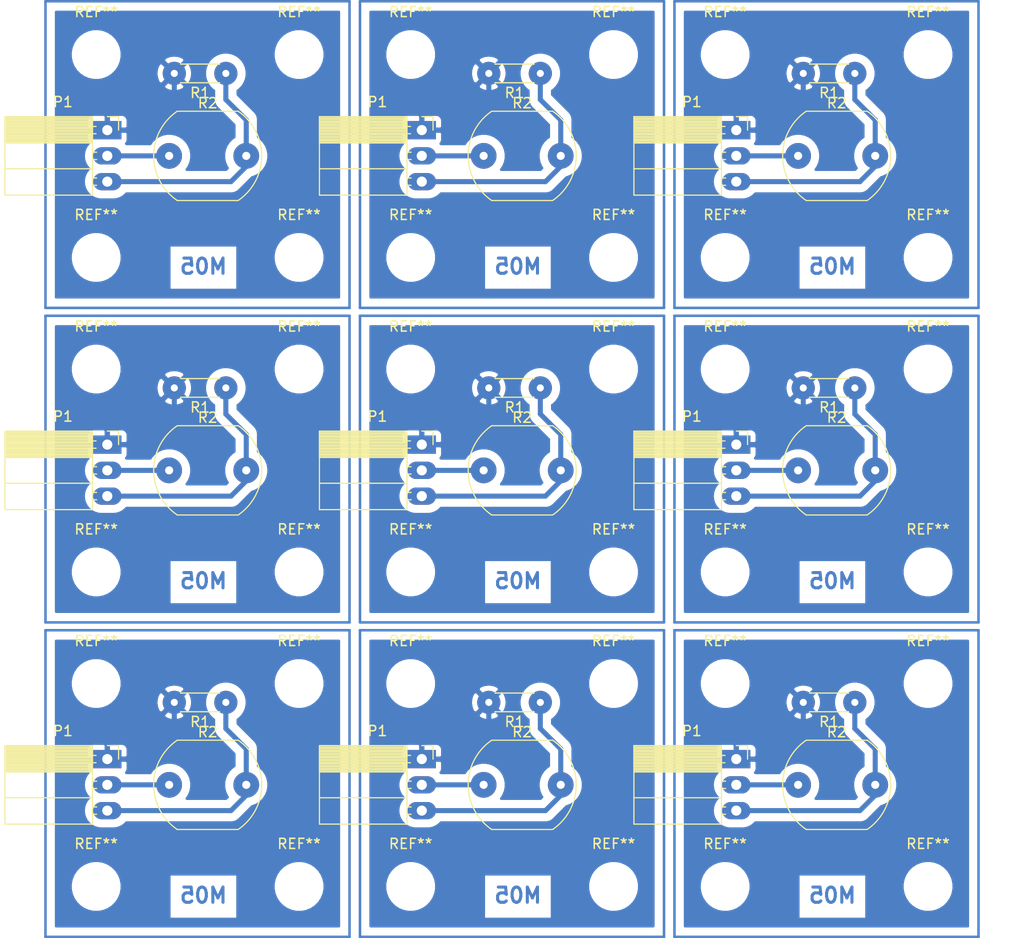
<source format=kicad_pcb>
(kicad_pcb (version 20241229) (generator "pcbnew") (generator_version "9.0")
  (layers (0 "F.Cu" signal) (2 "B.Cu" signal) (13 "F.Paste" user) (15 "B.Paste" user) (5 "F.SilkS" user) (7 "B.SilkS" user) (1 "F.Mask" user) (3 "B.Mask" user) (25 "Edge.Cuts" user))
  (net 0 "")
  (net 1 "GND")
  (net 2 "Net-(P1-Pad2)")
  (net 3 "Net-(P1-Pad3)")
  (footprint "Mounting_Holes:MountingHole_3.2mm_M3" (layer "F.Cu") (at 51.914 36.138)
    (property "Reference" "REF**" (at 0 -4.2 0) (layer "F.SilkS"))
    (property "Value" "MountingHole_3.2mm_M3")
    (pad "" np_thru_hole circle (at 0 0) (size 3.2 3.2) (drill 3.2) (layers "*.Cu" "*.Mask"))
  )
  (footprint "Mounting_Holes:MountingHole_3.2mm_M3" (layer "F.Cu") (at 71.914 36.138)
    (property "Reference" "REF**" (at 0 -4.2 0) (layer "F.SilkS"))
    (property "Value" "MountingHole_3.2mm_M3")
    (pad "" np_thru_hole circle (at 0 0) (size 3.2 3.2) (drill 3.2) (layers "*.Cu" "*.Mask"))
  )
  (footprint "Mounting_Holes:MountingHole_3.2mm_M3" (layer "F.Cu") (at 71.914 56.138)
    (property "Reference" "REF**" (at 0 -4.2 0) (layer "F.SilkS"))
    (property "Value" "MountingHole_3.2mm_M3")
    (pad "" np_thru_hole circle (at 0 0) (size 3.2 3.2) (drill 3.2) (layers "*.Cu" "*.Mask"))
  )
  (footprint "Mounting_Holes:MountingHole_3.2mm_M3" (layer "F.Cu") (at 51.914 56.138)
    (property "Reference" "REF**" (at 0 -4.2 0) (layer "F.SilkS"))
    (property "Value" "MountingHole_3.2mm_M3")
    (pad "" np_thru_hole circle (at 0 0) (size 3.2 3.2) (drill 3.2) (layers "*.Cu" "*.Mask"))
  )
  (footprint "Resistor_THT:R_Axial_DIN0204_L3.6mm_D1.6mm_P5.08mm_Horizontal" (layer "F.Cu") (at 64.694 37.996 180)
    (property "Reference" "R1" (at 2.54 -1.92 0) (layer "F.SilkS"))
    (property "Value" "10K")
    (pad "1" thru_hole circle (at 0 0 180) (size 2.286 2.286) (drill 0.7) (layers "*.Cu" "*.Mask") (net 3 "Net-(P1-Pad3)"))
    (pad "2" thru_hole circle (at 5.08 0 180) (size 2.286 2.286) (drill 0.7) (layers "*.Cu" "*.Mask") (net 1 "GND"))
  )
  (footprint "OptoDevice:R_LDR_10x8.5mm_P7.6mm_Vertical" (layer "F.Cu") (at 59.106 46.124)
    (property "Reference" "R2" (at 3.8 -5.2 0) (layer "F.SilkS"))
    (property "Value" "LDR03")
    (pad "1" thru_hole circle (at 0 0) (size 2.54 2.54) (drill 0.8) (layers "*.Cu" "*.Mask") (net 2 "Net-(P1-Pad2)"))
    (pad "2" thru_hole circle (at 7.6 0) (size 2.54 2.54) (drill 0.8) (layers "*.Cu" "*.Mask") (net 3 "Net-(P1-Pad3)"))
  )
  (footprint "Connector_PinSocket_2.54mm:PinSocket_1x03_P2.54mm_Horizontal" (layer "F.Cu") (at 53.01 43.584)
    (property "Reference" "P1" (at -4.38 -2.77 0) (layer "F.SilkS"))
    (property "Value" "Conn_01x03")
    (pad "1" thru_hole rect (at 0 0) (size 2.8 1.8) (drill 1) (layers "*.Cu" "*.Mask") (net 1 "GND"))
    (pad "2" thru_hole oval (at 0 2.54) (size 2.8 1.7) (drill 1) (layers "*.Cu" "*.Mask") (net 2 "Net-(P1-Pad2)"))
    (pad "3" thru_hole oval (at 0 5.08) (size 2.8 1.7) (drill 1) (layers "*.Cu" "*.Mask") (net 3 "Net-(P1-Pad3)"))
  )
  (footprint "Mounting_Holes:MountingHole_3.2mm_M3" (layer "F.Cu") (at 102.914 56.138)
    (property "Reference" "REF**" (at 0 -4.2 0) (layer "F.SilkS"))
    (property "Value" "MountingHole_3.2mm_M3")
    (pad "" np_thru_hole circle (at 0 0) (size 3.2 3.2) (drill 3.2) (layers "*.Cu" "*.Mask"))
  )
  (footprint "Mounting_Holes:MountingHole_3.2mm_M3" (layer "F.Cu") (at 133.914 56.138)
    (property "Reference" "REF**" (at 0 -4.2 0) (layer "F.SilkS"))
    (property "Value" "MountingHole_3.2mm_M3")
    (pad "" np_thru_hole circle (at 0 0) (size 3.2 3.2) (drill 3.2) (layers "*.Cu" "*.Mask"))
  )
  (footprint "Mounting_Holes:MountingHole_3.2mm_M3" (layer "F.Cu") (at 71.914 87.138)
    (property "Reference" "REF**" (at 0 -4.2 0) (layer "F.SilkS"))
    (property "Value" "MountingHole_3.2mm_M3")
    (pad "" np_thru_hole circle (at 0 0) (size 3.2 3.2) (drill 3.2) (layers "*.Cu" "*.Mask"))
  )
  (footprint "Mounting_Holes:MountingHole_3.2mm_M3" (layer "F.Cu") (at 102.914 87.138)
    (property "Reference" "REF**" (at 0 -4.2 0) (layer "F.SilkS"))
    (property "Value" "MountingHole_3.2mm_M3")
    (pad "" np_thru_hole circle (at 0 0) (size 3.2 3.2) (drill 3.2) (layers "*.Cu" "*.Mask"))
  )
  (footprint "Mounting_Holes:MountingHole_3.2mm_M3" (layer "F.Cu") (at 133.914 87.138)
    (property "Reference" "REF**" (at 0 -4.2 0) (layer "F.SilkS"))
    (property "Value" "MountingHole_3.2mm_M3")
    (pad "" np_thru_hole circle (at 0 0) (size 3.2 3.2) (drill 3.2) (layers "*.Cu" "*.Mask"))
  )
  (footprint "Mounting_Holes:MountingHole_3.2mm_M3" (layer "F.Cu") (at 71.914 118.138)
    (property "Reference" "REF**" (at 0 -4.2 0) (layer "F.SilkS"))
    (property "Value" "MountingHole_3.2mm_M3")
    (pad "" np_thru_hole circle (at 0 0) (size 3.2 3.2) (drill 3.2) (layers "*.Cu" "*.Mask"))
  )
  (footprint "Mounting_Holes:MountingHole_3.2mm_M3" (layer "F.Cu") (at 102.914 118.138)
    (property "Reference" "REF**" (at 0 -4.2 0) (layer "F.SilkS"))
    (property "Value" "MountingHole_3.2mm_M3")
    (pad "" np_thru_hole circle (at 0 0) (size 3.2 3.2) (drill 3.2) (layers "*.Cu" "*.Mask"))
  )
  (footprint "Mounting_Holes:MountingHole_3.2mm_M3" (layer "F.Cu") (at 133.914 118.138)
    (property "Reference" "REF**" (at 0 -4.2 0) (layer "F.SilkS"))
    (property "Value" "MountingHole_3.2mm_M3")
    (pad "" np_thru_hole circle (at 0 0) (size 3.2 3.2) (drill 3.2) (layers "*.Cu" "*.Mask"))
  )
  (footprint "Mounting_Holes:MountingHole_3.2mm_M3" (layer "F.Cu") (at 82.914 56.138)
    (property "Reference" "REF**" (at 0 -4.2 0) (layer "F.SilkS"))
    (property "Value" "MountingHole_3.2mm_M3")
    (pad "" np_thru_hole circle (at 0 0) (size 3.2 3.2) (drill 3.2) (layers "*.Cu" "*.Mask"))
  )
  (footprint "Mounting_Holes:MountingHole_3.2mm_M3" (layer "F.Cu") (at 113.914 56.138)
    (property "Reference" "REF**" (at 0 -4.2 0) (layer "F.SilkS"))
    (property "Value" "MountingHole_3.2mm_M3")
    (pad "" np_thru_hole circle (at 0 0) (size 3.2 3.2) (drill 3.2) (layers "*.Cu" "*.Mask"))
  )
  (footprint "Mounting_Holes:MountingHole_3.2mm_M3" (layer "F.Cu") (at 51.914 87.138)
    (property "Reference" "REF**" (at 0 -4.2 0) (layer "F.SilkS"))
    (property "Value" "MountingHole_3.2mm_M3")
    (pad "" np_thru_hole circle (at 0 0) (size 3.2 3.2) (drill 3.2) (layers "*.Cu" "*.Mask"))
  )
  (footprint "Mounting_Holes:MountingHole_3.2mm_M3" (layer "F.Cu") (at 82.914 87.138)
    (property "Reference" "REF**" (at 0 -4.2 0) (layer "F.SilkS"))
    (property "Value" "MountingHole_3.2mm_M3")
    (pad "" np_thru_hole circle (at 0 0) (size 3.2 3.2) (drill 3.2) (layers "*.Cu" "*.Mask"))
  )
  (footprint "Mounting_Holes:MountingHole_3.2mm_M3" (layer "F.Cu") (at 113.914 87.138)
    (property "Reference" "REF**" (at 0 -4.2 0) (layer "F.SilkS"))
    (property "Value" "MountingHole_3.2mm_M3")
    (pad "" np_thru_hole circle (at 0 0) (size 3.2 3.2) (drill 3.2) (layers "*.Cu" "*.Mask"))
  )
  (footprint "Mounting_Holes:MountingHole_3.2mm_M3" (layer "F.Cu") (at 51.914 118.138)
    (property "Reference" "REF**" (at 0 -4.2 0) (layer "F.SilkS"))
    (property "Value" "MountingHole_3.2mm_M3")
    (pad "" np_thru_hole circle (at 0 0) (size 3.2 3.2) (drill 3.2) (layers "*.Cu" "*.Mask"))
  )
  (footprint "Mounting_Holes:MountingHole_3.2mm_M3" (layer "F.Cu") (at 82.914 118.138)
    (property "Reference" "REF**" (at 0 -4.2 0) (layer "F.SilkS"))
    (property "Value" "MountingHole_3.2mm_M3")
    (pad "" np_thru_hole circle (at 0 0) (size 3.2 3.2) (drill 3.2) (layers "*.Cu" "*.Mask"))
  )
  (footprint "Mounting_Holes:MountingHole_3.2mm_M3" (layer "F.Cu") (at 113.914 118.138)
    (property "Reference" "REF**" (at 0 -4.2 0) (layer "F.SilkS"))
    (property "Value" "MountingHole_3.2mm_M3")
    (pad "" np_thru_hole circle (at 0 0) (size 3.2 3.2) (drill 3.2) (layers "*.Cu" "*.Mask"))
  )
  (footprint "Mounting_Holes:MountingHole_3.2mm_M3" (layer "F.Cu") (at 102.914 36.138)
    (property "Reference" "REF**" (at 0 -4.2 0) (layer "F.SilkS"))
    (property "Value" "MountingHole_3.2mm_M3")
    (pad "" np_thru_hole circle (at 0 0) (size 3.2 3.2) (drill 3.2) (layers "*.Cu" "*.Mask"))
  )
  (footprint "Mounting_Holes:MountingHole_3.2mm_M3" (layer "F.Cu") (at 133.914 36.138)
    (property "Reference" "REF**" (at 0 -4.2 0) (layer "F.SilkS"))
    (property "Value" "MountingHole_3.2mm_M3")
    (pad "" np_thru_hole circle (at 0 0) (size 3.2 3.2) (drill 3.2) (layers "*.Cu" "*.Mask"))
  )
  (footprint "Mounting_Holes:MountingHole_3.2mm_M3" (layer "F.Cu") (at 71.914 67.138)
    (property "Reference" "REF**" (at 0 -4.2 0) (layer "F.SilkS"))
    (property "Value" "MountingHole_3.2mm_M3")
    (pad "" np_thru_hole circle (at 0 0) (size 3.2 3.2) (drill 3.2) (layers "*.Cu" "*.Mask"))
  )
  (footprint "Mounting_Holes:MountingHole_3.2mm_M3" (layer "F.Cu") (at 102.914 67.138)
    (property "Reference" "REF**" (at 0 -4.2 0) (layer "F.SilkS"))
    (property "Value" "MountingHole_3.2mm_M3")
    (pad "" np_thru_hole circle (at 0 0) (size 3.2 3.2) (drill 3.2) (layers "*.Cu" "*.Mask"))
  )
  (footprint "Mounting_Holes:MountingHole_3.2mm_M3" (layer "F.Cu") (at 133.914 67.138)
    (property "Reference" "REF**" (at 0 -4.2 0) (layer "F.SilkS"))
    (property "Value" "MountingHole_3.2mm_M3")
    (pad "" np_thru_hole circle (at 0 0) (size 3.2 3.2) (drill 3.2) (layers "*.Cu" "*.Mask"))
  )
  (footprint "Mounting_Holes:MountingHole_3.2mm_M3" (layer "F.Cu") (at 71.914 98.138)
    (property "Reference" "REF**" (at 0 -4.2 0) (layer "F.SilkS"))
    (property "Value" "MountingHole_3.2mm_M3")
    (pad "" np_thru_hole circle (at 0 0) (size 3.2 3.2) (drill 3.2) (layers "*.Cu" "*.Mask"))
  )
  (footprint "Mounting_Holes:MountingHole_3.2mm_M3" (layer "F.Cu") (at 102.914 98.138)
    (property "Reference" "REF**" (at 0 -4.2 0) (layer "F.SilkS"))
    (property "Value" "MountingHole_3.2mm_M3")
    (pad "" np_thru_hole circle (at 0 0) (size 3.2 3.2) (drill 3.2) (layers "*.Cu" "*.Mask"))
  )
  (footprint "Mounting_Holes:MountingHole_3.2mm_M3" (layer "F.Cu") (at 133.914 98.138)
    (property "Reference" "REF**" (at 0 -4.2 0) (layer "F.SilkS"))
    (property "Value" "MountingHole_3.2mm_M3")
    (pad "" np_thru_hole circle (at 0 0) (size 3.2 3.2) (drill 3.2) (layers "*.Cu" "*.Mask"))
  )
  (footprint "Mounting_Holes:MountingHole_3.2mm_M3" (layer "F.Cu") (at 82.914 36.138)
    (property "Reference" "REF**" (at 0 -4.2 0) (layer "F.SilkS"))
    (property "Value" "MountingHole_3.2mm_M3")
    (pad "" np_thru_hole circle (at 0 0) (size 3.2 3.2) (drill 3.2) (layers "*.Cu" "*.Mask"))
  )
  (footprint "Mounting_Holes:MountingHole_3.2mm_M3" (layer "F.Cu") (at 113.914 36.138)
    (property "Reference" "REF**" (at 0 -4.2 0) (layer "F.SilkS"))
    (property "Value" "MountingHole_3.2mm_M3")
    (pad "" np_thru_hole circle (at 0 0) (size 3.2 3.2) (drill 3.2) (layers "*.Cu" "*.Mask"))
  )
  (footprint "Mounting_Holes:MountingHole_3.2mm_M3" (layer "F.Cu") (at 51.914 67.138)
    (property "Reference" "REF**" (at 0 -4.2 0) (layer "F.SilkS"))
    (property "Value" "MountingHole_3.2mm_M3")
    (pad "" np_thru_hole circle (at 0 0) (size 3.2 3.2) (drill 3.2) (layers "*.Cu" "*.Mask"))
  )
  (footprint "Mounting_Holes:MountingHole_3.2mm_M3" (layer "F.Cu") (at 82.914 67.138)
    (property "Reference" "REF**" (at 0 -4.2 0) (layer "F.SilkS"))
    (property "Value" "MountingHole_3.2mm_M3")
    (pad "" np_thru_hole circle (at 0 0) (size 3.2 3.2) (drill 3.2) (layers "*.Cu" "*.Mask"))
  )
  (footprint "Mounting_Holes:MountingHole_3.2mm_M3" (layer "F.Cu") (at 113.914 67.138)
    (property "Reference" "REF**" (at 0 -4.2 0) (layer "F.SilkS"))
    (property "Value" "MountingHole_3.2mm_M3")
    (pad "" np_thru_hole circle (at 0 0) (size 3.2 3.2) (drill 3.2) (layers "*.Cu" "*.Mask"))
  )
  (footprint "Mounting_Holes:MountingHole_3.2mm_M3" (layer "F.Cu") (at 51.914 98.138)
    (property "Reference" "REF**" (at 0 -4.2 0) (layer "F.SilkS"))
    (property "Value" "MountingHole_3.2mm_M3")
    (pad "" np_thru_hole circle (at 0 0) (size 3.2 3.2) (drill 3.2) (layers "*.Cu" "*.Mask"))
  )
  (footprint "Mounting_Holes:MountingHole_3.2mm_M3" (layer "F.Cu") (at 82.914 98.138)
    (property "Reference" "REF**" (at 0 -4.2 0) (layer "F.SilkS"))
    (property "Value" "MountingHole_3.2mm_M3")
    (pad "" np_thru_hole circle (at 0 0) (size 3.2 3.2) (drill 3.2) (layers "*.Cu" "*.Mask"))
  )
  (footprint "Mounting_Holes:MountingHole_3.2mm_M3" (layer "F.Cu") (at 113.914 98.138)
    (property "Reference" "REF**" (at 0 -4.2 0) (layer "F.SilkS"))
    (property "Value" "MountingHole_3.2mm_M3")
    (pad "" np_thru_hole circle (at 0 0) (size 3.2 3.2) (drill 3.2) (layers "*.Cu" "*.Mask"))
  )
  (footprint "OptoDevice:R_LDR_10x8.5mm_P7.6mm_Vertical" (layer "F.Cu") (at 90.106 46.124)
    (property "Reference" "R2" (at 3.8 -5.2 0) (layer "F.SilkS"))
    (property "Value" "LDR03")
    (pad "1" thru_hole circle (at 0 0) (size 2.54 2.54) (drill 0.8) (layers "*.Cu" "*.Mask") (net 2 "Net-(P1-Pad2)"))
    (pad "2" thru_hole circle (at 7.6 0) (size 2.54 2.54) (drill 0.8) (layers "*.Cu" "*.Mask") (net 3 "Net-(P1-Pad3)"))
  )
  (footprint "OptoDevice:R_LDR_10x8.5mm_P7.6mm_Vertical" (layer "F.Cu") (at 121.106 46.124)
    (property "Reference" "R2" (at 3.8 -5.2 0) (layer "F.SilkS"))
    (property "Value" "LDR03")
    (pad "1" thru_hole circle (at 0 0) (size 2.54 2.54) (drill 0.8) (layers "*.Cu" "*.Mask") (net 2 "Net-(P1-Pad2)"))
    (pad "2" thru_hole circle (at 7.6 0) (size 2.54 2.54) (drill 0.8) (layers "*.Cu" "*.Mask") (net 3 "Net-(P1-Pad3)"))
  )
  (footprint "OptoDevice:R_LDR_10x8.5mm_P7.6mm_Vertical" (layer "F.Cu") (at 59.106 77.124)
    (property "Reference" "R2" (at 3.8 -5.2 0) (layer "F.SilkS"))
    (property "Value" "LDR03")
    (pad "1" thru_hole circle (at 0 0) (size 2.54 2.54) (drill 0.8) (layers "*.Cu" "*.Mask") (net 2 "Net-(P1-Pad2)"))
    (pad "2" thru_hole circle (at 7.6 0) (size 2.54 2.54) (drill 0.8) (layers "*.Cu" "*.Mask") (net 3 "Net-(P1-Pad3)"))
  )
  (footprint "OptoDevice:R_LDR_10x8.5mm_P7.6mm_Vertical" (layer "F.Cu") (at 90.106 77.124)
    (property "Reference" "R2" (at 3.8 -5.2 0) (layer "F.SilkS"))
    (property "Value" "LDR03")
    (pad "1" thru_hole circle (at 0 0) (size 2.54 2.54) (drill 0.8) (layers "*.Cu" "*.Mask") (net 2 "Net-(P1-Pad2)"))
    (pad "2" thru_hole circle (at 7.6 0) (size 2.54 2.54) (drill 0.8) (layers "*.Cu" "*.Mask") (net 3 "Net-(P1-Pad3)"))
  )
  (footprint "OptoDevice:R_LDR_10x8.5mm_P7.6mm_Vertical" (layer "F.Cu") (at 121.106 77.124)
    (property "Reference" "R2" (at 3.8 -5.2 0) (layer "F.SilkS"))
    (property "Value" "LDR03")
    (pad "1" thru_hole circle (at 0 0) (size 2.54 2.54) (drill 0.8) (layers "*.Cu" "*.Mask") (net 2 "Net-(P1-Pad2)"))
    (pad "2" thru_hole circle (at 7.6 0) (size 2.54 2.54) (drill 0.8) (layers "*.Cu" "*.Mask") (net 3 "Net-(P1-Pad3)"))
  )
  (footprint "OptoDevice:R_LDR_10x8.5mm_P7.6mm_Vertical" (layer "F.Cu") (at 59.106 108.124)
    (property "Reference" "R2" (at 3.8 -5.2 0) (layer "F.SilkS"))
    (property "Value" "LDR03")
    (pad "1" thru_hole circle (at 0 0) (size 2.54 2.54) (drill 0.8) (layers "*.Cu" "*.Mask") (net 2 "Net-(P1-Pad2)"))
    (pad "2" thru_hole circle (at 7.6 0) (size 2.54 2.54) (drill 0.8) (layers "*.Cu" "*.Mask") (net 3 "Net-(P1-Pad3)"))
  )
  (footprint "OptoDevice:R_LDR_10x8.5mm_P7.6mm_Vertical" (layer "F.Cu") (at 90.106 108.124)
    (property "Reference" "R2" (at 3.8 -5.2 0) (layer "F.SilkS"))
    (property "Value" "LDR03")
    (pad "1" thru_hole circle (at 0 0) (size 2.54 2.54) (drill 0.8) (layers "*.Cu" "*.Mask") (net 2 "Net-(P1-Pad2)"))
    (pad "2" thru_hole circle (at 7.6 0) (size 2.54 2.54) (drill 0.8) (layers "*.Cu" "*.Mask") (net 3 "Net-(P1-Pad3)"))
  )
  (footprint "OptoDevice:R_LDR_10x8.5mm_P7.6mm_Vertical" (layer "F.Cu") (at 121.106 108.124)
    (property "Reference" "R2" (at 3.8 -5.2 0) (layer "F.SilkS"))
    (property "Value" "LDR03")
    (pad "1" thru_hole circle (at 0 0) (size 2.54 2.54) (drill 0.8) (layers "*.Cu" "*.Mask") (net 2 "Net-(P1-Pad2)"))
    (pad "2" thru_hole circle (at 7.6 0) (size 2.54 2.54) (drill 0.8) (layers "*.Cu" "*.Mask") (net 3 "Net-(P1-Pad3)"))
  )
  (footprint "Resistor_THT:R_Axial_DIN0204_L3.6mm_D1.6mm_P5.08mm_Horizontal" (layer "F.Cu") (at 95.694 37.996 180)
    (property "Reference" "R1" (at 2.54 -1.92 0) (layer "F.SilkS"))
    (property "Value" "10K")
    (pad "1" thru_hole circle (at 0 0 180) (size 2.286 2.286) (drill 0.7) (layers "*.Cu" "*.Mask") (net 3 "Net-(P1-Pad3)"))
    (pad "2" thru_hole circle (at 5.08 0 180) (size 2.286 2.286) (drill 0.7) (layers "*.Cu" "*.Mask") (net 1 "GND"))
  )
  (footprint "Resistor_THT:R_Axial_DIN0204_L3.6mm_D1.6mm_P5.08mm_Horizontal" (layer "F.Cu") (at 126.694 37.996 180)
    (property "Reference" "R1" (at 2.54 -1.92 0) (layer "F.SilkS"))
    (property "Value" "10K")
    (pad "1" thru_hole circle (at 0 0 180) (size 2.286 2.286) (drill 0.7) (layers "*.Cu" "*.Mask") (net 3 "Net-(P1-Pad3)"))
    (pad "2" thru_hole circle (at 5.08 0 180) (size 2.286 2.286) (drill 0.7) (layers "*.Cu" "*.Mask") (net 1 "GND"))
  )
  (footprint "Resistor_THT:R_Axial_DIN0204_L3.6mm_D1.6mm_P5.08mm_Horizontal" (layer "F.Cu") (at 64.694 68.996 180)
    (property "Reference" "R1" (at 2.54 -1.92 0) (layer "F.SilkS"))
    (property "Value" "10K")
    (pad "1" thru_hole circle (at 0 0 180) (size 2.286 2.286) (drill 0.7) (layers "*.Cu" "*.Mask") (net 3 "Net-(P1-Pad3)"))
    (pad "2" thru_hole circle (at 5.08 0 180) (size 2.286 2.286) (drill 0.7) (layers "*.Cu" "*.Mask") (net 1 "GND"))
  )
  (footprint "Resistor_THT:R_Axial_DIN0204_L3.6mm_D1.6mm_P5.08mm_Horizontal" (layer "F.Cu") (at 95.694 68.996 180)
    (property "Reference" "R1" (at 2.54 -1.92 0) (layer "F.SilkS"))
    (property "Value" "10K")
    (pad "1" thru_hole circle (at 0 0 180) (size 2.286 2.286) (drill 0.7) (layers "*.Cu" "*.Mask") (net 3 "Net-(P1-Pad3)"))
    (pad "2" thru_hole circle (at 5.08 0 180) (size 2.286 2.286) (drill 0.7) (layers "*.Cu" "*.Mask") (net 1 "GND"))
  )
  (footprint "Resistor_THT:R_Axial_DIN0204_L3.6mm_D1.6mm_P5.08mm_Horizontal" (layer "F.Cu") (at 126.694 68.996 180)
    (property "Reference" "R1" (at 2.54 -1.92 0) (layer "F.SilkS"))
    (property "Value" "10K")
    (pad "1" thru_hole circle (at 0 0 180) (size 2.286 2.286) (drill 0.7) (layers "*.Cu" "*.Mask") (net 3 "Net-(P1-Pad3)"))
    (pad "2" thru_hole circle (at 5.08 0 180) (size 2.286 2.286) (drill 0.7) (layers "*.Cu" "*.Mask") (net 1 "GND"))
  )
  (footprint "Resistor_THT:R_Axial_DIN0204_L3.6mm_D1.6mm_P5.08mm_Horizontal" (layer "F.Cu") (at 64.694 99.996 180)
    (property "Reference" "R1" (at 2.54 -1.92 0) (layer "F.SilkS"))
    (property "Value" "10K")
    (pad "1" thru_hole circle (at 0 0 180) (size 2.286 2.286) (drill 0.7) (layers "*.Cu" "*.Mask") (net 3 "Net-(P1-Pad3)"))
    (pad "2" thru_hole circle (at 5.08 0 180) (size 2.286 2.286) (drill 0.7) (layers "*.Cu" "*.Mask") (net 1 "GND"))
  )
  (footprint "Resistor_THT:R_Axial_DIN0204_L3.6mm_D1.6mm_P5.08mm_Horizontal" (layer "F.Cu") (at 95.694 99.996 180)
    (property "Reference" "R1" (at 2.54 -1.92 0) (layer "F.SilkS"))
    (property "Value" "10K")
    (pad "1" thru_hole circle (at 0 0 180) (size 2.286 2.286) (drill 0.7) (layers "*.Cu" "*.Mask") (net 3 "Net-(P1-Pad3)"))
    (pad "2" thru_hole circle (at 5.08 0 180) (size 2.286 2.286) (drill 0.7) (layers "*.Cu" "*.Mask") (net 1 "GND"))
  )
  (footprint "Resistor_THT:R_Axial_DIN0204_L3.6mm_D1.6mm_P5.08mm_Horizontal" (layer "F.Cu") (at 126.694 99.996 180)
    (property "Reference" "R1" (at 2.54 -1.92 0) (layer "F.SilkS"))
    (property "Value" "10K")
    (pad "1" thru_hole circle (at 0 0 180) (size 2.286 2.286) (drill 0.7) (layers "*.Cu" "*.Mask") (net 3 "Net-(P1-Pad3)"))
    (pad "2" thru_hole circle (at 5.08 0 180) (size 2.286 2.286) (drill 0.7) (layers "*.Cu" "*.Mask") (net 1 "GND"))
  )
  (footprint "Connector_PinSocket_2.54mm:PinSocket_1x03_P2.54mm_Horizontal" (layer "F.Cu") (at 84.01 43.584)
    (property "Reference" "P1" (at -4.38 -2.77 0) (layer "F.SilkS"))
    (property "Value" "Conn_01x03")
    (pad "1" thru_hole rect (at 0 0) (size 2.8 1.8) (drill 1) (layers "*.Cu" "*.Mask") (net 1 "GND"))
    (pad "2" thru_hole oval (at 0 2.54) (size 2.8 1.7) (drill 1) (layers "*.Cu" "*.Mask") (net 2 "Net-(P1-Pad2)"))
    (pad "3" thru_hole oval (at 0 5.08) (size 2.8 1.7) (drill 1) (layers "*.Cu" "*.Mask") (net 3 "Net-(P1-Pad3)"))
  )
  (footprint "Connector_PinSocket_2.54mm:PinSocket_1x03_P2.54mm_Horizontal" (layer "F.Cu") (at 115.01 43.584)
    (property "Reference" "P1" (at -4.38 -2.77 0) (layer "F.SilkS"))
    (property "Value" "Conn_01x03")
    (pad "1" thru_hole rect (at 0 0) (size 2.8 1.8) (drill 1) (layers "*.Cu" "*.Mask") (net 1 "GND"))
    (pad "2" thru_hole oval (at 0 2.54) (size 2.8 1.7) (drill 1) (layers "*.Cu" "*.Mask") (net 2 "Net-(P1-Pad2)"))
    (pad "3" thru_hole oval (at 0 5.08) (size 2.8 1.7) (drill 1) (layers "*.Cu" "*.Mask") (net 3 "Net-(P1-Pad3)"))
  )
  (footprint "Connector_PinSocket_2.54mm:PinSocket_1x03_P2.54mm_Horizontal" (layer "F.Cu") (at 53.01 74.584)
    (property "Reference" "P1" (at -4.38 -2.77 0) (layer "F.SilkS"))
    (property "Value" "Conn_01x03")
    (pad "1" thru_hole rect (at 0 0) (size 2.8 1.8) (drill 1) (layers "*.Cu" "*.Mask") (net 1 "GND"))
    (pad "2" thru_hole oval (at 0 2.54) (size 2.8 1.7) (drill 1) (layers "*.Cu" "*.Mask") (net 2 "Net-(P1-Pad2)"))
    (pad "3" thru_hole oval (at 0 5.08) (size 2.8 1.7) (drill 1) (layers "*.Cu" "*.Mask") (net 3 "Net-(P1-Pad3)"))
  )
  (footprint "Connector_PinSocket_2.54mm:PinSocket_1x03_P2.54mm_Horizontal" (layer "F.Cu") (at 84.01 74.584)
    (property "Reference" "P1" (at -4.38 -2.77 0) (layer "F.SilkS"))
    (property "Value" "Conn_01x03")
    (pad "1" thru_hole rect (at 0 0) (size 2.8 1.8) (drill 1) (layers "*.Cu" "*.Mask") (net 1 "GND"))
    (pad "2" thru_hole oval (at 0 2.54) (size 2.8 1.7) (drill 1) (layers "*.Cu" "*.Mask") (net 2 "Net-(P1-Pad2)"))
    (pad "3" thru_hole oval (at 0 5.08) (size 2.8 1.7) (drill 1) (layers "*.Cu" "*.Mask") (net 3 "Net-(P1-Pad3)"))
  )
  (footprint "Connector_PinSocket_2.54mm:PinSocket_1x03_P2.54mm_Horizontal" (layer "F.Cu") (at 115.01 74.584)
    (property "Reference" "P1" (at -4.38 -2.77 0) (layer "F.SilkS"))
    (property "Value" "Conn_01x03")
    (pad "1" thru_hole rect (at 0 0) (size 2.8 1.8) (drill 1) (layers "*.Cu" "*.Mask") (net 1 "GND"))
    (pad "2" thru_hole oval (at 0 2.54) (size 2.8 1.7) (drill 1) (layers "*.Cu" "*.Mask") (net 2 "Net-(P1-Pad2)"))
    (pad "3" thru_hole oval (at 0 5.08) (size 2.8 1.7) (drill 1) (layers "*.Cu" "*.Mask") (net 3 "Net-(P1-Pad3)"))
  )
  (footprint "Connector_PinSocket_2.54mm:PinSocket_1x03_P2.54mm_Horizontal" (layer "F.Cu") (at 53.01 105.584)
    (property "Reference" "P1" (at -4.38 -2.77 0) (layer "F.SilkS"))
    (property "Value" "Conn_01x03")
    (pad "1" thru_hole rect (at 0 0) (size 2.8 1.8) (drill 1) (layers "*.Cu" "*.Mask") (net 1 "GND"))
    (pad "2" thru_hole oval (at 0 2.54) (size 2.8 1.7) (drill 1) (layers "*.Cu" "*.Mask") (net 2 "Net-(P1-Pad2)"))
    (pad "3" thru_hole oval (at 0 5.08) (size 2.8 1.7) (drill 1) (layers "*.Cu" "*.Mask") (net 3 "Net-(P1-Pad3)"))
  )
  (footprint "Connector_PinSocket_2.54mm:PinSocket_1x03_P2.54mm_Horizontal" (layer "F.Cu") (at 84.01 105.584)
    (property "Reference" "P1" (at -4.38 -2.77 0) (layer "F.SilkS"))
    (property "Value" "Conn_01x03")
    (pad "1" thru_hole rect (at 0 0) (size 2.8 1.8) (drill 1) (layers "*.Cu" "*.Mask") (net 1 "GND"))
    (pad "2" thru_hole oval (at 0 2.54) (size 2.8 1.7) (drill 1) (layers "*.Cu" "*.Mask") (net 2 "Net-(P1-Pad2)"))
    (pad "3" thru_hole oval (at 0 5.08) (size 2.8 1.7) (drill 1) (layers "*.Cu" "*.Mask") (net 3 "Net-(P1-Pad3)"))
  )
  (footprint "Connector_PinSocket_2.54mm:PinSocket_1x03_P2.54mm_Horizontal" (layer "F.Cu") (at 115.01 105.584)
    (property "Reference" "P1" (at -4.38 -2.77 0) (layer "F.SilkS"))
    (property "Value" "Conn_01x03")
    (pad "1" thru_hole rect (at 0 0) (size 2.8 1.8) (drill 1) (layers "*.Cu" "*.Mask") (net 1 "GND"))
    (pad "2" thru_hole oval (at 0 2.54) (size 2.8 1.7) (drill 1) (layers "*.Cu" "*.Mask") (net 2 "Net-(P1-Pad2)"))
    (pad "3" thru_hole oval (at 0 5.08) (size 2.8 1.7) (drill 1) (layers "*.Cu" "*.Mask") (net 3 "Net-(P1-Pad3)"))
  )
  (gr_text "M05" (at 62.484 57.023 0) (layer "B.Cu") (effects (font (size 1.5 1.5) (thickness 0.3)) (justify mirror)))
  (gr_text "M05" (at 93.484 57.023 0) (layer "B.Cu") (effects (font (size 1.5 1.5) (thickness 0.3)) (justify mirror)))
  (gr_text "M05" (at 124.484 57.023 0) (layer "B.Cu") (effects (font (size 1.5 1.5) (thickness 0.3)) (justify mirror)))
  (gr_text "M05" (at 62.484 88.023 0) (layer "B.Cu") (effects (font (size 1.5 1.5) (thickness 0.3)) (justify mirror)))
  (gr_text "M05" (at 93.484 88.023 0) (layer "B.Cu") (effects (font (size 1.5 1.5) (thickness 0.3)) (justify mirror)))
  (gr_text "M05" (at 124.484 88.023 0) (layer "B.Cu") (effects (font (size 1.5 1.5) (thickness 0.3)) (justify mirror)))
  (gr_text "M05" (at 62.484 119.023 0) (layer "B.Cu") (effects (font (size 1.5 1.5) (thickness 0.3)) (justify mirror)))
  (gr_text "M05" (at 93.484 119.023 0) (layer "B.Cu") (effects (font (size 1.5 1.5) (thickness 0.3)) (justify mirror)))
  (gr_text "M05" (at 124.484 119.023 0) (layer "B.Cu") (effects (font (size 1.5 1.5) (thickness 0.3)) (justify mirror)))
  (segment (start 107.886 30.884) (end 77.914 30.884) (width 0.25) (layer "B.Cu") (net 0))
  (segment (start 138.886 30.884) (end 108.914 30.884) (width 0.25) (layer "B.Cu") (net 0))
  (segment (start 76.886 61.884) (end 46.914 61.884) (width 0.25) (layer "B.Cu") (net 0))
  (segment (start 107.886 61.884) (end 77.914 61.884) (width 0.25) (layer "B.Cu") (net 0))
  (segment (start 138.886 61.884) (end 108.914 61.884) (width 0.25) (layer "B.Cu") (net 0))
  (segment (start 76.886 92.884) (end 46.914 92.884) (width 0.25) (layer "B.Cu") (net 0))
  (segment (start 107.886 92.884) (end 77.914 92.884) (width 0.25) (layer "B.Cu") (net 0))
  (segment (start 138.886 92.884) (end 108.914 92.884) (width 0.25) (layer "B.Cu") (net 0))
  (segment (start 107.886 61.11) (end 107.886 30.884) (width 0.25) (layer "B.Cu") (net 0))
  (segment (start 138.886 61.11) (end 138.886 30.884) (width 0.25) (layer "B.Cu") (net 0))
  (segment (start 76.886 92.11) (end 76.886 61.884) (width 0.25) (layer "B.Cu") (net 0))
  (segment (start 107.886 92.11) (end 107.886 61.884) (width 0.25) (layer "B.Cu") (net 0))
  (segment (start 138.886 92.11) (end 138.886 61.884) (width 0.25) (layer "B.Cu") (net 0))
  (segment (start 76.886 123.11) (end 76.886 92.884) (width 0.25) (layer "B.Cu") (net 0))
  (segment (start 107.886 123.11) (end 107.886 92.884) (width 0.25) (layer "B.Cu") (net 0))
  (segment (start 138.886 123.11) (end 138.886 92.884) (width 0.25) (layer "B.Cu") (net 0))
  (segment (start 77.914 61.11) (end 107.886 61.11) (width 0.25) (layer "B.Cu") (net 0))
  (segment (start 108.914 61.11) (end 138.886 61.11) (width 0.25) (layer "B.Cu") (net 0))
  (segment (start 46.914 92.11) (end 76.886 92.11) (width 0.25) (layer "B.Cu") (net 0))
  (segment (start 77.914 92.11) (end 107.886 92.11) (width 0.25) (layer "B.Cu") (net 0))
  (segment (start 108.914 92.11) (end 138.886 92.11) (width 0.25) (layer "B.Cu") (net 0))
  (segment (start 46.914 123.11) (end 76.886 123.11) (width 0.25) (layer "B.Cu") (net 0))
  (segment (start 77.914 123.11) (end 107.886 123.11) (width 0.25) (layer "B.Cu") (net 0))
  (segment (start 108.914 123.11) (end 138.886 123.11) (width 0.25) (layer "B.Cu") (net 0))
  (segment (start 77.914 30.884) (end 77.914 61.11) (width 0.25) (layer "B.Cu") (net 0))
  (segment (start 108.914 30.884) (end 108.914 61.11) (width 0.25) (layer "B.Cu") (net 0))
  (segment (start 46.914 61.884) (end 46.914 92.11) (width 0.25) (layer "B.Cu") (net 0))
  (segment (start 77.914 61.884) (end 77.914 92.11) (width 0.25) (layer "B.Cu") (net 0))
  (segment (start 108.914 61.884) (end 108.914 92.11) (width 0.25) (layer "B.Cu") (net 0))
  (segment (start 46.914 92.884) (end 46.914 123.11) (width 0.25) (layer "B.Cu") (net 0))
  (segment (start 77.914 92.884) (end 77.914 123.11) (width 0.25) (layer "B.Cu") (net 0))
  (segment (start 108.914 92.884) (end 108.914 123.11) (width 0.25) (layer "B.Cu") (net 0))
  (segment (start 46.914 30.884) (end 46.914 61.11) (width 0.25) (layer "B.Cu") (net 0))
  (segment (start 46.914 61.11) (end 76.886 61.11) (width 0.25) (layer "B.Cu") (net 0))
  (segment (start 76.886 61.11) (end 76.886 30.884) (width 0.25) (layer "B.Cu") (net 0))
  (segment (start 76.886 30.884) (end 46.914 30.884) (width 0.25) (layer "B.Cu") (net 0))
  (segment (start 87.82 43.584) (end 90.614 40.79) (width 0.5) (layer "B.Cu") (net 1))
  (segment (start 118.82 43.584) (end 121.614 40.79) (width 0.5) (layer "B.Cu") (net 1))
  (segment (start 56.82 74.584) (end 59.614 71.79) (width 0.5) (layer "B.Cu") (net 1))
  (segment (start 87.82 74.584) (end 90.614 71.79) (width 0.5) (layer "B.Cu") (net 1))
  (segment (start 118.82 74.584) (end 121.614 71.79) (width 0.5) (layer "B.Cu") (net 1))
  (segment (start 56.82 105.584) (end 59.614 102.79) (width 0.5) (layer "B.Cu") (net 1))
  (segment (start 87.82 105.584) (end 90.614 102.79) (width 0.5) (layer "B.Cu") (net 1))
  (segment (start 118.82 105.584) (end 121.614 102.79) (width 0.5) (layer "B.Cu") (net 1))
  (segment (start 87.82 43.584) (end 84.01 43.584) (width 0.5) (layer "B.Cu") (net 1))
  (segment (start 118.82 43.584) (end 115.01 43.584) (width 0.5) (layer "B.Cu") (net 1))
  (segment (start 56.82 74.584) (end 53.01 74.584) (width 0.5) (layer "B.Cu") (net 1))
  (segment (start 87.82 74.584) (end 84.01 74.584) (width 0.5) (layer "B.Cu") (net 1))
  (segment (start 118.82 74.584) (end 115.01 74.584) (width 0.5) (layer "B.Cu") (net 1))
  (segment (start 56.82 105.584) (end 53.01 105.584) (width 0.5) (layer "B.Cu") (net 1))
  (segment (start 87.82 105.584) (end 84.01 105.584) (width 0.5) (layer "B.Cu") (net 1))
  (segment (start 118.82 105.584) (end 115.01 105.584) (width 0.5) (layer "B.Cu") (net 1))
  (segment (start 90.614 40.79) (end 90.614 37.996) (width 0.5) (layer "B.Cu") (net 1))
  (segment (start 121.614 40.79) (end 121.614 37.996) (width 0.5) (layer "B.Cu") (net 1))
  (segment (start 59.614 71.79) (end 59.614 68.996) (width 0.5) (layer "B.Cu") (net 1))
  (segment (start 90.614 71.79) (end 90.614 68.996) (width 0.5) (layer "B.Cu") (net 1))
  (segment (start 121.614 71.79) (end 121.614 68.996) (width 0.5) (layer "B.Cu") (net 1))
  (segment (start 59.614 102.79) (end 59.614 99.996) (width 0.5) (layer "B.Cu") (net 1))
  (segment (start 90.614 102.79) (end 90.614 99.996) (width 0.5) (layer "B.Cu") (net 1))
  (segment (start 121.614 102.79) (end 121.614 99.996) (width 0.5) (layer "B.Cu") (net 1))
  (segment (start 56.82 43.584) (end 59.614 40.79) (width 0.5) (layer "B.Cu") (net 1))
  (segment (start 59.614 40.79) (end 59.614 37.996) (width 0.5) (layer "B.Cu") (net 1))
  (segment (start 56.82 43.584) (end 53.01 43.584) (width 0.5) (layer "B.Cu") (net 1))
  (segment (start 84.01 46.124) (end 90.106 46.124) (width 0.5) (layer "B.Cu") (net 2))
  (segment (start 115.01 46.124) (end 121.106 46.124) (width 0.5) (layer "B.Cu") (net 2))
  (segment (start 53.01 77.124) (end 59.106 77.124) (width 0.5) (layer "B.Cu") (net 2))
  (segment (start 84.01 77.124) (end 90.106 77.124) (width 0.5) (layer "B.Cu") (net 2))
  (segment (start 115.01 77.124) (end 121.106 77.124) (width 0.5) (layer "B.Cu") (net 2))
  (segment (start 53.01 108.124) (end 59.106 108.124) (width 0.5) (layer "B.Cu") (net 2))
  (segment (start 84.01 108.124) (end 90.106 108.124) (width 0.5) (layer "B.Cu") (net 2))
  (segment (start 115.01 108.124) (end 121.106 108.124) (width 0.5) (layer "B.Cu") (net 2))
  (segment (start 53.01 46.124) (end 59.106 46.124) (width 0.5) (layer "B.Cu") (net 2))
  (segment (start 97.706 47.16) (end 97.706 46.124) (width 0.5) (layer "B.Cu") (net 3))
  (segment (start 128.706 47.16) (end 128.706 46.124) (width 0.5) (layer "B.Cu") (net 3))
  (segment (start 66.706 78.16) (end 66.706 77.124) (width 0.5) (layer "B.Cu") (net 3))
  (segment (start 97.706 78.16) (end 97.706 77.124) (width 0.5) (layer "B.Cu") (net 3))
  (segment (start 128.706 78.16) (end 128.706 77.124) (width 0.5) (layer "B.Cu") (net 3))
  (segment (start 66.706 109.16) (end 66.706 108.124) (width 0.5) (layer "B.Cu") (net 3))
  (segment (start 97.706 109.16) (end 97.706 108.124) (width 0.5) (layer "B.Cu") (net 3))
  (segment (start 128.706 109.16) (end 128.706 108.124) (width 0.5) (layer "B.Cu") (net 3))
  (segment (start 95.694 40.576) (end 95.694 37.996) (width 0.5) (layer "B.Cu") (net 3))
  (segment (start 126.694 40.576) (end 126.694 37.996) (width 0.5) (layer "B.Cu") (net 3))
  (segment (start 64.694 71.576) (end 64.694 68.996) (width 0.5) (layer "B.Cu") (net 3))
  (segment (start 95.694 71.576) (end 95.694 68.996) (width 0.5) (layer "B.Cu") (net 3))
  (segment (start 126.694 71.576) (end 126.694 68.996) (width 0.5) (layer "B.Cu") (net 3))
  (segment (start 64.694 102.576) (end 64.694 99.996) (width 0.5) (layer "B.Cu") (net 3))
  (segment (start 95.694 102.576) (end 95.694 99.996) (width 0.5) (layer "B.Cu") (net 3))
  (segment (start 126.694 102.576) (end 126.694 99.996) (width 0.5) (layer "B.Cu") (net 3))
  (segment (start 97.706 46.124) (end 97.706 42.588) (width 0.5) (layer "B.Cu") (net 3))
  (segment (start 128.706 46.124) (end 128.706 42.588) (width 0.5) (layer "B.Cu") (net 3))
  (segment (start 66.706 77.124) (end 66.706 73.588) (width 0.5) (layer "B.Cu") (net 3))
  (segment (start 97.706 77.124) (end 97.706 73.588) (width 0.5) (layer "B.Cu") (net 3))
  (segment (start 128.706 77.124) (end 128.706 73.588) (width 0.5) (layer "B.Cu") (net 3))
  (segment (start 66.706 108.124) (end 66.706 104.588) (width 0.5) (layer "B.Cu") (net 3))
  (segment (start 97.706 108.124) (end 97.706 104.588) (width 0.5) (layer "B.Cu") (net 3))
  (segment (start 128.706 108.124) (end 128.706 104.588) (width 0.5) (layer "B.Cu") (net 3))
  (segment (start 96.202 48.664) (end 97.706 47.16) (width 0.5) (layer "B.Cu") (net 3))
  (segment (start 127.202 48.664) (end 128.706 47.16) (width 0.5) (layer "B.Cu") (net 3))
  (segment (start 65.202 79.664) (end 66.706 78.16) (width 0.5) (layer "B.Cu") (net 3))
  (segment (start 96.202 79.664) (end 97.706 78.16) (width 0.5) (layer "B.Cu") (net 3))
  (segment (start 127.202 79.664) (end 128.706 78.16) (width 0.5) (layer "B.Cu") (net 3))
  (segment (start 65.202 110.664) (end 66.706 109.16) (width 0.5) (layer "B.Cu") (net 3))
  (segment (start 96.202 110.664) (end 97.706 109.16) (width 0.5) (layer "B.Cu") (net 3))
  (segment (start 127.202 110.664) (end 128.706 109.16) (width 0.5) (layer "B.Cu") (net 3))
  (segment (start 97.706 42.588) (end 95.694 40.576) (width 0.5) (layer "B.Cu") (net 3))
  (segment (start 128.706 42.588) (end 126.694 40.576) (width 0.5) (layer "B.Cu") (net 3))
  (segment (start 66.706 73.588) (end 64.694 71.576) (width 0.5) (layer "B.Cu") (net 3))
  (segment (start 97.706 73.588) (end 95.694 71.576) (width 0.5) (layer "B.Cu") (net 3))
  (segment (start 128.706 73.588) (end 126.694 71.576) (width 0.5) (layer "B.Cu") (net 3))
  (segment (start 66.706 104.588) (end 64.694 102.576) (width 0.5) (layer "B.Cu") (net 3))
  (segment (start 97.706 104.588) (end 95.694 102.576) (width 0.5) (layer "B.Cu") (net 3))
  (segment (start 128.706 104.588) (end 126.694 102.576) (width 0.5) (layer "B.Cu") (net 3))
  (segment (start 84.01 48.664) (end 96.202 48.664) (width 0.5) (layer "B.Cu") (net 3))
  (segment (start 115.01 48.664) (end 127.202 48.664) (width 0.5) (layer "B.Cu") (net 3))
  (segment (start 53.01 79.664) (end 65.202 79.664) (width 0.5) (layer "B.Cu") (net 3))
  (segment (start 84.01 79.664) (end 96.202 79.664) (width 0.5) (layer "B.Cu") (net 3))
  (segment (start 115.01 79.664) (end 127.202 79.664) (width 0.5) (layer "B.Cu") (net 3))
  (segment (start 53.01 110.664) (end 65.202 110.664) (width 0.5) (layer "B.Cu") (net 3))
  (segment (start 84.01 110.664) (end 96.202 110.664) (width 0.5) (layer "B.Cu") (net 3))
  (segment (start 115.01 110.664) (end 127.202 110.664) (width 0.5) (layer "B.Cu") (net 3))
  (segment (start 65.202 48.664) (end 66.706 47.16) (width 0.5) (layer "B.Cu") (net 3))
  (segment (start 66.706 47.16) (end 66.706 46.124) (width 0.5) (layer "B.Cu") (net 3))
  (segment (start 66.706 42.588) (end 64.694 40.576) (width 0.5) (layer "B.Cu") (net 3))
  (segment (start 64.694 40.576) (end 64.694 37.996) (width 0.5) (layer "B.Cu") (net 3))
  (segment (start 66.706 46.124) (end 66.706 42.588) (width 0.5) (layer "B.Cu") (net 3))
  (segment (start 53.01 48.664) (end 65.202 48.664) (width 0.5) (layer "B.Cu") (net 3))
  (zone (net 1) (net_name "GND") (layer "B.Cu") (connect_pads (clearance 1.016)) (min_thickness 0.254) (fill yes (thermal_gap 0.508) (thermal_bridge_width 0.508))
    (polygon (pts (xy 76.886 61.11) (xy 46.914 61.11) (xy 46.914 30.884) (xy 76.886 30.884)))
  )
  (zone (net 1) (net_name "GND") (layer "B.Cu") (connect_pads (clearance 0.8)) (min_thickness 0.254) (fill yes (thermal_gap 0.508) (thermal_bridge_width 0.508))
    (polygon (pts (xy 76.886 61.11) (xy 46.914 61.11) (xy 46.914 30.884) (xy 76.886 30.884)))
  )
  (zone (net 1) (net_name "GND") (layer "B.Cu") (connect_pads (clearance 1.016)) (min_thickness 0.254) (fill yes (thermal_gap 0.508) (thermal_bridge_width 0.508))
    (polygon (pts (xy 107.886 61.11) (xy 77.914 61.11) (xy 77.914 30.884) (xy 107.886 30.884)))
  )
  (zone (net 1) (net_name "GND") (layer "B.Cu") (connect_pads (clearance 1.016)) (min_thickness 0.254) (fill yes (thermal_gap 0.508) (thermal_bridge_width 0.508))
    (polygon (pts (xy 138.886 61.11) (xy 108.914 61.11) (xy 108.914 30.884) (xy 138.886 30.884)))
  )
  (zone (net 1) (net_name "GND") (layer "B.Cu") (connect_pads (clearance 1.016)) (min_thickness 0.254) (fill yes (thermal_gap 0.508) (thermal_bridge_width 0.508))
    (polygon (pts (xy 76.886 92.11) (xy 46.914 92.11) (xy 46.914 61.884) (xy 76.886 61.884)))
  )
  (zone (net 1) (net_name "GND") (layer "B.Cu") (connect_pads (clearance 1.016)) (min_thickness 0.254) (fill yes (thermal_gap 0.508) (thermal_bridge_width 0.508))
    (polygon (pts (xy 107.886 92.11) (xy 77.914 92.11) (xy 77.914 61.884) (xy 107.886 61.884)))
  )
  (zone (net 1) (net_name "GND") (layer "B.Cu") (connect_pads (clearance 1.016)) (min_thickness 0.254) (fill yes (thermal_gap 0.508) (thermal_bridge_width 0.508))
    (polygon (pts (xy 138.886 92.11) (xy 108.914 92.11) (xy 108.914 61.884) (xy 138.886 61.884)))
  )
  (zone (net 1) (net_name "GND") (layer "B.Cu") (connect_pads (clearance 1.016)) (min_thickness 0.254) (fill yes (thermal_gap 0.508) (thermal_bridge_width 0.508))
    (polygon (pts (xy 76.886 123.11) (xy 46.914 123.11) (xy 46.914 92.884) (xy 76.886 92.884)))
  )
  (zone (net 1) (net_name "GND") (layer "B.Cu") (connect_pads (clearance 1.016)) (min_thickness 0.254) (fill yes (thermal_gap 0.508) (thermal_bridge_width 0.508))
    (polygon (pts (xy 107.886 123.11) (xy 77.914 123.11) (xy 77.914 92.884) (xy 107.886 92.884)))
  )
  (zone (net 1) (net_name "GND") (layer "B.Cu") (connect_pads (clearance 1.016)) (min_thickness 0.254) (fill yes (thermal_gap 0.508) (thermal_bridge_width 0.508))
    (polygon (pts (xy 138.886 123.11) (xy 108.914 123.11) (xy 108.914 92.884) (xy 138.886 92.884)))
  )
  (zone (net 1) (net_name "GND") (layer "B.Cu") (connect_pads (clearance 0.8)) (min_thickness 0.254) (fill yes (thermal_gap 0.508) (thermal_bridge_width 0.508))
    (polygon (pts (xy 107.886 61.11) (xy 77.914 61.11) (xy 77.914 30.884) (xy 107.886 30.884)))
  )
  (zone (net 1) (net_name "GND") (layer "B.Cu") (connect_pads (clearance 0.8)) (min_thickness 0.254) (fill yes (thermal_gap 0.508) (thermal_bridge_width 0.508))
    (polygon (pts (xy 138.886 61.11) (xy 108.914 61.11) (xy 108.914 30.884) (xy 138.886 30.884)))
  )
  (zone (net 1) (net_name "GND") (layer "B.Cu") (connect_pads (clearance 0.8)) (min_thickness 0.254) (fill yes (thermal_gap 0.508) (thermal_bridge_width 0.508))
    (polygon (pts (xy 76.886 92.11) (xy 46.914 92.11) (xy 46.914 61.884) (xy 76.886 61.884)))
  )
  (zone (net 1) (net_name "GND") (layer "B.Cu") (connect_pads (clearance 0.8)) (min_thickness 0.254) (fill yes (thermal_gap 0.508) (thermal_bridge_width 0.508))
    (polygon (pts (xy 107.886 92.11) (xy 77.914 92.11) (xy 77.914 61.884) (xy 107.886 61.884)))
  )
  (zone (net 1) (net_name "GND") (layer "B.Cu") (connect_pads (clearance 0.8)) (min_thickness 0.254) (fill yes (thermal_gap 0.508) (thermal_bridge_width 0.508))
    (polygon (pts (xy 138.886 92.11) (xy 108.914 92.11) (xy 108.914 61.884) (xy 138.886 61.884)))
  )
  (zone (net 1) (net_name "GND") (layer "B.Cu") (connect_pads (clearance 0.8)) (min_thickness 0.254) (fill yes (thermal_gap 0.508) (thermal_bridge_width 0.508))
    (polygon (pts (xy 76.886 123.11) (xy 46.914 123.11) (xy 46.914 92.884) (xy 76.886 92.884)))
  )
  (zone (net 1) (net_name "GND") (layer "B.Cu") (connect_pads (clearance 0.8)) (min_thickness 0.254) (fill yes (thermal_gap 0.508) (thermal_bridge_width 0.508))
    (polygon (pts (xy 107.886 123.11) (xy 77.914 123.11) (xy 77.914 92.884) (xy 107.886 92.884)))
  )
  (zone (net 1) (net_name "GND") (layer "B.Cu") (connect_pads (clearance 0.8)) (min_thickness 0.254) (fill yes (thermal_gap 0.508) (thermal_bridge_width 0.508))
    (polygon (pts (xy 138.886 123.11) (xy 108.914 123.11) (xy 108.914 92.884) (xy 138.886 92.884)))
  )
)
</source>
